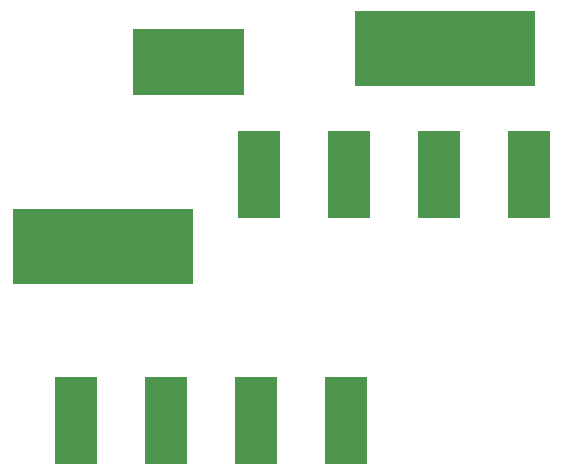
<source format=gbr>
G04 start of page 9 for group 7 idx 7 *
G04 Title: EPTPREAMPS, nocoating *
G04 Creator: pcb 1.99z *
G04 CreationDate: Fr 20 Jun 2014 11:29:12 GMT UTC *
G04 For: stephan *
G04 Format: Gerber/RS-274X *
G04 PCB-Dimensions (mil): 2952.76 4724.41 *
G04 PCB-Coordinate-Origin: lower left *
%MOIN*%
%FSLAX25Y25*%
%LNNOCOATING*%
%ADD52C,0.0001*%
G54D52*G36*
X177000Y345441D02*Y316441D01*
X163000D01*
Y345441D01*
X177000D01*
G37*
G36*
X237000D02*Y316441D01*
X223000D01*
Y345441D01*
X237000D01*
G37*
G36*
X207000D02*Y316441D01*
X193000D01*
Y345441D01*
X207000D01*
G37*
G36*
X176000Y263441D02*Y234441D01*
X162000D01*
Y263441D01*
X176000D01*
G37*
G36*
X146000D02*Y234441D01*
X132000D01*
Y263441D01*
X146000D01*
G37*
G36*
X147000Y345441D02*Y316441D01*
X133000D01*
Y345441D01*
X147000D01*
G37*
G36*
X98000Y379441D02*X135000D01*
Y357441D01*
X98000D01*
Y379441D01*
G37*
G36*
X116000Y263441D02*Y234441D01*
X102000D01*
Y263441D01*
X116000D01*
G37*
G36*
X86000D02*Y234441D01*
X72000D01*
Y263441D01*
X86000D01*
G37*
G36*
X58000Y319441D02*X118000D01*
Y294441D01*
X58000D01*
Y319441D01*
G37*
G36*
X172000Y385441D02*X232000D01*
Y360441D01*
X172000D01*
Y385441D01*
G37*
M02*

</source>
